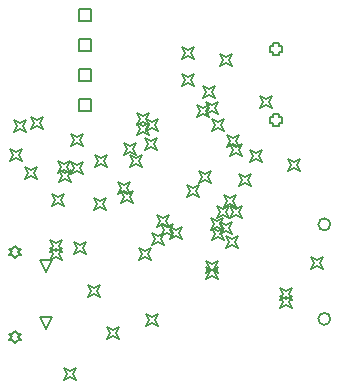
<source format=gbr>
%TF.GenerationSoftware,Altium Limited,Altium Designer,20.0.13 (296)*%
G04 Layer_Color=2752767*
%FSLAX25Y25*%
%MOIN*%
%TF.FileFunction,Drawing*%
%TF.Part,Single*%
G01*
G75*
%TA.AperFunction,NonConductor*%
%ADD64C,0.00500*%
%ADD124C,0.00667*%
D64*
X26500Y99000D02*
Y103000D01*
X30500D01*
Y99000D01*
X26500D01*
Y109000D02*
Y113000D01*
X30500D01*
Y109000D01*
X26500D01*
Y119000D02*
Y123000D01*
X30500D01*
Y119000D01*
X26500D01*
Y129000D02*
Y133000D01*
X30500D01*
Y129000D01*
X26500D01*
X15606Y26453D02*
X13606Y30453D01*
X17606D01*
X15606Y26453D01*
Y45547D02*
X13606Y49547D01*
X17606D01*
X15606Y45547D01*
X5173Y21728D02*
X6173Y22728D01*
X7173D01*
X6173Y23728D01*
X7173Y24728D01*
X6173D01*
X5173Y25728D01*
X4173Y24728D01*
X3173D01*
X4173Y23728D01*
X3173Y22728D01*
X4173D01*
X5173Y21728D01*
Y50272D02*
X6173Y51272D01*
X7173D01*
X6173Y52272D01*
X7173Y53272D01*
X6173D01*
X5173Y54272D01*
X4173Y53272D01*
X3173D01*
X4173Y52272D01*
X3173Y51272D01*
X4173D01*
X5173Y50272D01*
X73500Y58000D02*
X74500Y60000D01*
X73500Y62000D01*
X75500Y61000D01*
X77500Y62000D01*
X76500Y60000D01*
X77500Y58000D01*
X75500Y59000D01*
X73500Y58000D01*
X71000Y56000D02*
X72000Y58000D01*
X71000Y60000D01*
X73000Y59000D01*
X75000Y60000D01*
X74000Y58000D01*
X75000Y56000D01*
X73000Y57000D01*
X71000Y56000D01*
X75500Y53500D02*
X76500Y55500D01*
X75500Y57500D01*
X77500Y56500D01*
X79500Y57500D01*
X78500Y55500D01*
X79500Y53500D01*
X77500Y54500D01*
X75500Y53500D01*
X75000Y67000D02*
X76000Y69000D01*
X75000Y71000D01*
X77000Y70000D01*
X79000Y71000D01*
X78000Y69000D01*
X79000Y67000D01*
X77000Y68000D01*
X75000Y67000D01*
X72500Y63500D02*
X73500Y65500D01*
X72500Y67500D01*
X74500Y66500D01*
X76500Y67500D01*
X75500Y65500D01*
X76500Y63500D01*
X74500Y64500D01*
X72500Y63500D01*
X70500Y59500D02*
X71500Y61500D01*
X70500Y63500D01*
X72500Y62500D01*
X74500Y63500D01*
X73500Y61500D01*
X74500Y59500D01*
X72500Y60500D01*
X70500Y59500D01*
X77000Y63500D02*
X78000Y65500D01*
X77000Y67500D01*
X79000Y66500D01*
X81000Y67500D01*
X80000Y65500D01*
X81000Y63500D01*
X79000Y64500D01*
X77000Y63500D01*
X76000Y87000D02*
X77000Y89000D01*
X76000Y91000D01*
X78000Y90000D01*
X80000Y91000D01*
X79000Y89000D01*
X80000Y87000D01*
X78000Y88000D01*
X76000Y87000D01*
X73500Y114000D02*
X74500Y116000D01*
X73500Y118000D01*
X75500Y117000D01*
X77500Y118000D01*
X76500Y116000D01*
X77500Y114000D01*
X75500Y115000D01*
X73500Y114000D01*
X71000Y92500D02*
X72000Y94500D01*
X71000Y96500D01*
X73000Y95500D01*
X75000Y96500D01*
X74000Y94500D01*
X75000Y92500D01*
X73000Y93500D01*
X71000Y92500D01*
X24000Y87500D02*
X25000Y89500D01*
X24000Y91500D01*
X26000Y90500D01*
X28000Y91500D01*
X27000Y89500D01*
X28000Y87500D01*
X26000Y88500D01*
X24000Y87500D01*
Y78000D02*
X25000Y80000D01*
X24000Y82000D01*
X26000Y81000D01*
X28000Y82000D01*
X27000Y80000D01*
X28000Y78000D01*
X26000Y79000D01*
X24000Y78000D01*
X54000Y57500D02*
X55000Y59500D01*
X54000Y61500D01*
X56000Y60500D01*
X58000Y61500D01*
X57000Y59500D01*
X58000Y57500D01*
X56000Y58500D01*
X54000Y57500D01*
X52500Y60500D02*
X53500Y62500D01*
X52500Y64500D01*
X54500Y63500D01*
X56500Y64500D01*
X55500Y62500D01*
X56500Y60500D01*
X54500Y61500D01*
X52500Y60500D01*
X10500Y93000D02*
X11500Y95000D01*
X10500Y97000D01*
X12500Y96000D01*
X14500Y97000D01*
X13500Y95000D01*
X14500Y93000D01*
X12500Y94000D01*
X10500Y93000D01*
X51000Y54500D02*
X52000Y56500D01*
X51000Y58500D01*
X53000Y57500D01*
X55000Y58500D01*
X54000Y56500D01*
X55000Y54500D01*
X53000Y55500D01*
X51000Y54500D01*
X41500Y84500D02*
X42500Y86500D01*
X41500Y88500D01*
X43500Y87500D01*
X45500Y88500D01*
X44500Y86500D01*
X45500Y84500D01*
X43500Y85500D01*
X41500Y84500D01*
X43500Y80500D02*
X44500Y82500D01*
X43500Y84500D01*
X45500Y83500D01*
X47500Y84500D01*
X46500Y82500D01*
X47500Y80500D01*
X45500Y81500D01*
X43500Y80500D01*
X21500Y9500D02*
X22500Y11500D01*
X21500Y13500D01*
X23500Y12500D01*
X25500Y13500D01*
X24500Y11500D01*
X25500Y9500D01*
X23500Y10500D01*
X21500Y9500D01*
X104000Y46500D02*
X105000Y48500D01*
X104000Y50500D01*
X106000Y49500D01*
X108000Y50500D01*
X107000Y48500D01*
X108000Y46500D01*
X106000Y47500D01*
X104000Y46500D01*
X96382Y79118D02*
X97382Y81118D01*
X96382Y83118D01*
X98382Y82118D01*
X100382Y83118D01*
X99382Y81118D01*
X100382Y79118D01*
X98382Y80118D01*
X96382Y79118D01*
X77000Y84000D02*
X78000Y86000D01*
X77000Y88000D01*
X79000Y87000D01*
X81000Y88000D01*
X80000Y86000D01*
X81000Y84000D01*
X79000Y85000D01*
X77000Y84000D01*
X61000Y107500D02*
X62000Y109500D01*
X61000Y111500D01*
X63000Y110500D01*
X65000Y111500D01*
X64000Y109500D01*
X65000Y107500D01*
X63000Y108500D01*
X61000Y107500D01*
X83500Y82000D02*
X84500Y84000D01*
X83500Y86000D01*
X85500Y85000D01*
X87500Y86000D01*
X86500Y84000D01*
X87500Y82000D01*
X85500Y83000D01*
X83500Y82000D01*
X48500Y86000D02*
X49500Y88000D01*
X48500Y90000D01*
X50500Y89000D01*
X52500Y90000D01*
X51500Y88000D01*
X52500Y86000D01*
X50500Y87000D01*
X48500Y86000D01*
X46000Y91000D02*
X47000Y93000D01*
X46000Y95000D01*
X48000Y94000D01*
X50000Y95000D01*
X49000Y93000D01*
X50000Y91000D01*
X48000Y92000D01*
X46000Y91000D01*
X32000Y80500D02*
X33000Y82500D01*
X32000Y84500D01*
X34000Y83500D01*
X36000Y84500D01*
X35000Y82500D01*
X36000Y80500D01*
X34000Y81500D01*
X32000Y80500D01*
X57000Y56500D02*
X58000Y58500D01*
X57000Y60500D01*
X59000Y59500D01*
X61000Y60500D01*
X60000Y58500D01*
X61000Y56500D01*
X59000Y57500D01*
X57000Y56500D01*
X80000Y74000D02*
X81000Y76000D01*
X80000Y78000D01*
X82000Y77000D01*
X84000Y78000D01*
X83000Y76000D01*
X84000Y74000D01*
X82000Y75000D01*
X80000Y74000D01*
X66000Y97000D02*
X67000Y99000D01*
X66000Y101000D01*
X68000Y100000D01*
X70000Y101000D01*
X69000Y99000D01*
X70000Y97000D01*
X68000Y98000D01*
X66000Y97000D01*
X61000Y116500D02*
X62000Y118500D01*
X61000Y120500D01*
X63000Y119500D01*
X65000Y120500D01*
X64000Y118500D01*
X65000Y116500D01*
X63000Y117500D01*
X61000Y116500D01*
X45900Y94400D02*
X46900Y96400D01*
X45900Y98400D01*
X47900Y97400D01*
X49900Y98400D01*
X48900Y96400D01*
X49900Y94400D01*
X47900Y95400D01*
X45900Y94400D01*
X17500Y67500D02*
X18500Y69500D01*
X17500Y71500D01*
X19500Y70500D01*
X21500Y71500D01*
X20500Y69500D01*
X21500Y67500D01*
X19500Y68500D01*
X17500Y67500D01*
X49000Y92500D02*
X50000Y94500D01*
X49000Y96500D01*
X51000Y95500D01*
X53000Y96500D01*
X52000Y94500D01*
X53000Y92500D01*
X51000Y93500D01*
X49000Y92500D01*
X5000Y92000D02*
X6000Y94000D01*
X5000Y96000D01*
X7000Y95000D01*
X9000Y96000D01*
X8000Y94000D01*
X9000Y92000D01*
X7000Y93000D01*
X5000Y92000D01*
X31500Y66000D02*
X32500Y68000D01*
X31500Y70000D01*
X33500Y69000D01*
X35500Y70000D01*
X34500Y68000D01*
X35500Y66000D01*
X33500Y67000D01*
X31500Y66000D01*
X68000Y103500D02*
X69000Y105500D01*
X68000Y107500D01*
X70000Y106500D01*
X72000Y107500D01*
X71000Y105500D01*
X72000Y103500D01*
X70000Y104500D01*
X68000Y103500D01*
X69000Y98000D02*
X70000Y100000D01*
X69000Y102000D01*
X71000Y101000D01*
X73000Y102000D01*
X72000Y100000D01*
X73000Y98000D01*
X71000Y99000D01*
X69000Y98000D01*
X87000Y100000D02*
X88000Y102000D01*
X87000Y104000D01*
X89000Y103000D01*
X91000Y104000D01*
X90000Y102000D01*
X91000Y100000D01*
X89000Y101000D01*
X87000Y100000D01*
X62500Y70500D02*
X63500Y72500D01*
X62500Y74500D01*
X64500Y73500D01*
X66500Y74500D01*
X65500Y72500D01*
X66500Y70500D01*
X64500Y71500D01*
X62500Y70500D01*
X66500Y75000D02*
X67500Y77000D01*
X66500Y79000D01*
X68500Y78000D01*
X70500Y79000D01*
X69500Y77000D01*
X70500Y75000D01*
X68500Y76000D01*
X66500Y75000D01*
X8500Y76500D02*
X9500Y78500D01*
X8500Y80500D01*
X10500Y79500D01*
X12500Y80500D01*
X11500Y78500D01*
X12500Y76500D01*
X10500Y77500D01*
X8500Y76500D01*
X19500Y78500D02*
X20500Y80500D01*
X19500Y82500D01*
X21500Y81500D01*
X23500Y82500D01*
X22500Y80500D01*
X23500Y78500D01*
X21500Y79500D01*
X19500Y78500D01*
X49000Y27500D02*
X50000Y29500D01*
X49000Y31500D01*
X51000Y30500D01*
X53000Y31500D01*
X52000Y29500D01*
X53000Y27500D01*
X51000Y28500D01*
X49000Y27500D01*
X17000Y52000D02*
X18000Y54000D01*
X17000Y56000D01*
X19000Y55000D01*
X21000Y56000D01*
X20000Y54000D01*
X21000Y52000D01*
X19000Y53000D01*
X17000Y52000D01*
Y49500D02*
X18000Y51500D01*
X17000Y53500D01*
X19000Y52500D01*
X21000Y53500D01*
X20000Y51500D01*
X21000Y49500D01*
X19000Y50500D01*
X17000Y49500D01*
X20000Y75500D02*
X21000Y77500D01*
X20000Y79500D01*
X22000Y78500D01*
X24000Y79500D01*
X23000Y77500D01*
X24000Y75500D01*
X22000Y76500D01*
X20000Y75500D01*
X40500Y68500D02*
X41500Y70500D01*
X40500Y72500D01*
X42500Y71500D01*
X44500Y72500D01*
X43500Y70500D01*
X44500Y68500D01*
X42500Y69500D01*
X40500Y68500D01*
X39500Y71500D02*
X40500Y73500D01*
X39500Y75500D01*
X41500Y74500D01*
X43500Y75500D01*
X42500Y73500D01*
X43500Y71500D01*
X41500Y72500D01*
X39500Y71500D01*
X69000Y45000D02*
X70000Y47000D01*
X69000Y49000D01*
X71000Y48000D01*
X73000Y49000D01*
X72000Y47000D01*
X73000Y45000D01*
X71000Y46000D01*
X69000Y45000D01*
Y43000D02*
X70000Y45000D01*
X69000Y47000D01*
X71000Y46000D01*
X73000Y47000D01*
X72000Y45000D01*
X73000Y43000D01*
X71000Y44000D01*
X69000Y43000D01*
X93500Y33500D02*
X94500Y35500D01*
X93500Y37500D01*
X95500Y36500D01*
X97500Y37500D01*
X96500Y35500D01*
X97500Y33500D01*
X95500Y34500D01*
X93500Y33500D01*
Y36000D02*
X94500Y38000D01*
X93500Y40000D01*
X95500Y39000D01*
X97500Y40000D01*
X96500Y38000D01*
X97500Y36000D01*
X95500Y37000D01*
X93500Y36000D01*
X29500Y37000D02*
X30500Y39000D01*
X29500Y41000D01*
X31500Y40000D01*
X33500Y41000D01*
X32500Y39000D01*
X33500Y37000D01*
X31500Y38000D01*
X29500Y37000D01*
X25000Y51500D02*
X26000Y53500D01*
X25000Y55500D01*
X27000Y54500D01*
X29000Y55500D01*
X28000Y53500D01*
X29000Y51500D01*
X27000Y52500D01*
X25000Y51500D01*
X36000Y23000D02*
X37000Y25000D01*
X36000Y27000D01*
X38000Y26000D01*
X40000Y27000D01*
X39000Y25000D01*
X40000Y23000D01*
X38000Y24000D01*
X36000Y23000D01*
X91284Y95189D02*
Y94189D01*
X93283D01*
Y95189D01*
X94283D01*
Y97189D01*
X93283D01*
Y98189D01*
X91284D01*
Y97189D01*
X90284D01*
Y95189D01*
X91284D01*
Y118811D02*
Y117811D01*
X93283D01*
Y118811D01*
X94283D01*
Y120811D01*
X93283D01*
Y121811D01*
X91284D01*
Y120811D01*
X90284D01*
Y118811D01*
X91284D01*
X46500Y49600D02*
X47500Y51600D01*
X46500Y53600D01*
X48500Y52600D01*
X50500Y53600D01*
X49500Y51600D01*
X50500Y49600D01*
X48500Y50600D01*
X46500Y49600D01*
X3500Y82500D02*
X4500Y84500D01*
X3500Y86500D01*
X5500Y85500D01*
X7500Y86500D01*
X6500Y84500D01*
X7500Y82500D01*
X5500Y83500D01*
X3500Y82500D01*
D124*
X110339Y61347D02*
G03*
X110339Y61347I-2000J0D01*
G01*
Y29850D02*
G03*
X110339Y29850I-2000J0D01*
G01*
%TF.MD5,b9aedcc1dbc05e6fd180f1d2664fdfe6*%
M02*

</source>
